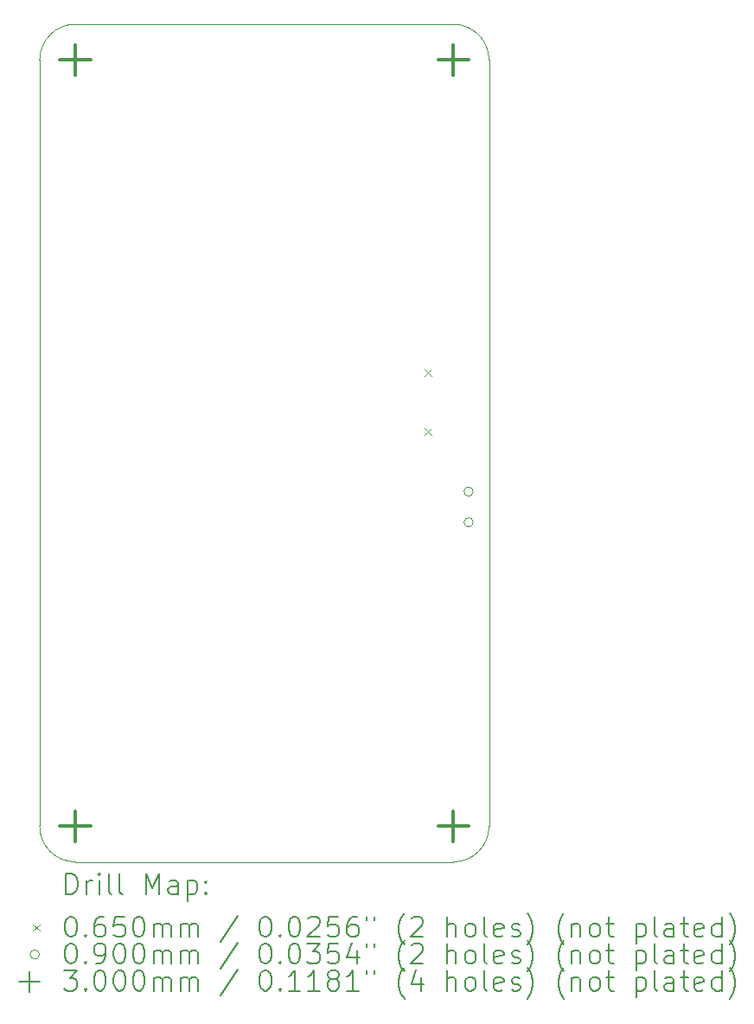
<source format=gbr>
%TF.GenerationSoftware,KiCad,Pcbnew,9.0.0*%
%TF.CreationDate,2025-04-29T18:34:19-04:00*%
%TF.ProjectId,Aurora Orbiton Edition,4175726f-7261-4204-9f72-6269746f6e20,rev?*%
%TF.SameCoordinates,Original*%
%TF.FileFunction,Drillmap*%
%TF.FilePolarity,Positive*%
%FSLAX45Y45*%
G04 Gerber Fmt 4.5, Leading zero omitted, Abs format (unit mm)*
G04 Created by KiCad (PCBNEW 9.0.0) date 2025-04-29 18:34:19*
%MOMM*%
%LPD*%
G01*
G04 APERTURE LIST*
%ADD10C,0.050000*%
%ADD11C,0.200000*%
%ADD12C,0.100000*%
%ADD13C,0.300000*%
G04 APERTURE END LIST*
D10*
X16550000Y-4850000D02*
G75*
G02*
X16900000Y-5200000I0J-350000D01*
G01*
X12850000Y-4850000D02*
X16550000Y-4850000D01*
X16900000Y-12700000D02*
G75*
G02*
X16550000Y-13050000I-350000J0D01*
G01*
X16900000Y-5200000D02*
X16900000Y-12700000D01*
X12500000Y-5200000D02*
G75*
G02*
X12850000Y-4850000I350000J0D01*
G01*
X16550000Y-13050000D02*
X12850000Y-13050000D01*
X12500000Y-12700000D02*
X12500000Y-5200000D01*
X12850000Y-13050000D02*
G75*
G02*
X12500000Y-12700000I0J350000D01*
G01*
D11*
D12*
X16269500Y-8228500D02*
X16334500Y-8293500D01*
X16334500Y-8228500D02*
X16269500Y-8293500D01*
X16269500Y-8806500D02*
X16334500Y-8871500D01*
X16334500Y-8806500D02*
X16269500Y-8871500D01*
X16745000Y-9425000D02*
G75*
G02*
X16655000Y-9425000I-45000J0D01*
G01*
X16655000Y-9425000D02*
G75*
G02*
X16745000Y-9425000I45000J0D01*
G01*
X16745000Y-9725000D02*
G75*
G02*
X16655000Y-9725000I-45000J0D01*
G01*
X16655000Y-9725000D02*
G75*
G02*
X16745000Y-9725000I45000J0D01*
G01*
D13*
X12850000Y-5050000D02*
X12850000Y-5350000D01*
X12700000Y-5200000D02*
X13000000Y-5200000D01*
X12850000Y-12550000D02*
X12850000Y-12850000D01*
X12700000Y-12700000D02*
X13000000Y-12700000D01*
X16550000Y-5050000D02*
X16550000Y-5350000D01*
X16400000Y-5200000D02*
X16700000Y-5200000D01*
X16550000Y-12550000D02*
X16550000Y-12850000D01*
X16400000Y-12700000D02*
X16700000Y-12700000D01*
D11*
X12758277Y-13363984D02*
X12758277Y-13163984D01*
X12758277Y-13163984D02*
X12805896Y-13163984D01*
X12805896Y-13163984D02*
X12834467Y-13173508D01*
X12834467Y-13173508D02*
X12853515Y-13192555D01*
X12853515Y-13192555D02*
X12863039Y-13211603D01*
X12863039Y-13211603D02*
X12872562Y-13249698D01*
X12872562Y-13249698D02*
X12872562Y-13278269D01*
X12872562Y-13278269D02*
X12863039Y-13316365D01*
X12863039Y-13316365D02*
X12853515Y-13335412D01*
X12853515Y-13335412D02*
X12834467Y-13354460D01*
X12834467Y-13354460D02*
X12805896Y-13363984D01*
X12805896Y-13363984D02*
X12758277Y-13363984D01*
X12958277Y-13363984D02*
X12958277Y-13230650D01*
X12958277Y-13268746D02*
X12967801Y-13249698D01*
X12967801Y-13249698D02*
X12977324Y-13240174D01*
X12977324Y-13240174D02*
X12996372Y-13230650D01*
X12996372Y-13230650D02*
X13015420Y-13230650D01*
X13082086Y-13363984D02*
X13082086Y-13230650D01*
X13082086Y-13163984D02*
X13072562Y-13173508D01*
X13072562Y-13173508D02*
X13082086Y-13183031D01*
X13082086Y-13183031D02*
X13091610Y-13173508D01*
X13091610Y-13173508D02*
X13082086Y-13163984D01*
X13082086Y-13163984D02*
X13082086Y-13183031D01*
X13205896Y-13363984D02*
X13186848Y-13354460D01*
X13186848Y-13354460D02*
X13177324Y-13335412D01*
X13177324Y-13335412D02*
X13177324Y-13163984D01*
X13310658Y-13363984D02*
X13291610Y-13354460D01*
X13291610Y-13354460D02*
X13282086Y-13335412D01*
X13282086Y-13335412D02*
X13282086Y-13163984D01*
X13539229Y-13363984D02*
X13539229Y-13163984D01*
X13539229Y-13163984D02*
X13605896Y-13306841D01*
X13605896Y-13306841D02*
X13672562Y-13163984D01*
X13672562Y-13163984D02*
X13672562Y-13363984D01*
X13853515Y-13363984D02*
X13853515Y-13259222D01*
X13853515Y-13259222D02*
X13843991Y-13240174D01*
X13843991Y-13240174D02*
X13824943Y-13230650D01*
X13824943Y-13230650D02*
X13786848Y-13230650D01*
X13786848Y-13230650D02*
X13767801Y-13240174D01*
X13853515Y-13354460D02*
X13834467Y-13363984D01*
X13834467Y-13363984D02*
X13786848Y-13363984D01*
X13786848Y-13363984D02*
X13767801Y-13354460D01*
X13767801Y-13354460D02*
X13758277Y-13335412D01*
X13758277Y-13335412D02*
X13758277Y-13316365D01*
X13758277Y-13316365D02*
X13767801Y-13297317D01*
X13767801Y-13297317D02*
X13786848Y-13287793D01*
X13786848Y-13287793D02*
X13834467Y-13287793D01*
X13834467Y-13287793D02*
X13853515Y-13278269D01*
X13948753Y-13230650D02*
X13948753Y-13430650D01*
X13948753Y-13240174D02*
X13967801Y-13230650D01*
X13967801Y-13230650D02*
X14005896Y-13230650D01*
X14005896Y-13230650D02*
X14024943Y-13240174D01*
X14024943Y-13240174D02*
X14034467Y-13249698D01*
X14034467Y-13249698D02*
X14043991Y-13268746D01*
X14043991Y-13268746D02*
X14043991Y-13325888D01*
X14043991Y-13325888D02*
X14034467Y-13344936D01*
X14034467Y-13344936D02*
X14024943Y-13354460D01*
X14024943Y-13354460D02*
X14005896Y-13363984D01*
X14005896Y-13363984D02*
X13967801Y-13363984D01*
X13967801Y-13363984D02*
X13948753Y-13354460D01*
X14129705Y-13344936D02*
X14139229Y-13354460D01*
X14139229Y-13354460D02*
X14129705Y-13363984D01*
X14129705Y-13363984D02*
X14120182Y-13354460D01*
X14120182Y-13354460D02*
X14129705Y-13344936D01*
X14129705Y-13344936D02*
X14129705Y-13363984D01*
X14129705Y-13240174D02*
X14139229Y-13249698D01*
X14139229Y-13249698D02*
X14129705Y-13259222D01*
X14129705Y-13259222D02*
X14120182Y-13249698D01*
X14120182Y-13249698D02*
X14129705Y-13240174D01*
X14129705Y-13240174D02*
X14129705Y-13259222D01*
D12*
X12432500Y-13660000D02*
X12497500Y-13725000D01*
X12497500Y-13660000D02*
X12432500Y-13725000D01*
D11*
X12796372Y-13583984D02*
X12815420Y-13583984D01*
X12815420Y-13583984D02*
X12834467Y-13593508D01*
X12834467Y-13593508D02*
X12843991Y-13603031D01*
X12843991Y-13603031D02*
X12853515Y-13622079D01*
X12853515Y-13622079D02*
X12863039Y-13660174D01*
X12863039Y-13660174D02*
X12863039Y-13707793D01*
X12863039Y-13707793D02*
X12853515Y-13745888D01*
X12853515Y-13745888D02*
X12843991Y-13764936D01*
X12843991Y-13764936D02*
X12834467Y-13774460D01*
X12834467Y-13774460D02*
X12815420Y-13783984D01*
X12815420Y-13783984D02*
X12796372Y-13783984D01*
X12796372Y-13783984D02*
X12777324Y-13774460D01*
X12777324Y-13774460D02*
X12767801Y-13764936D01*
X12767801Y-13764936D02*
X12758277Y-13745888D01*
X12758277Y-13745888D02*
X12748753Y-13707793D01*
X12748753Y-13707793D02*
X12748753Y-13660174D01*
X12748753Y-13660174D02*
X12758277Y-13622079D01*
X12758277Y-13622079D02*
X12767801Y-13603031D01*
X12767801Y-13603031D02*
X12777324Y-13593508D01*
X12777324Y-13593508D02*
X12796372Y-13583984D01*
X12948753Y-13764936D02*
X12958277Y-13774460D01*
X12958277Y-13774460D02*
X12948753Y-13783984D01*
X12948753Y-13783984D02*
X12939229Y-13774460D01*
X12939229Y-13774460D02*
X12948753Y-13764936D01*
X12948753Y-13764936D02*
X12948753Y-13783984D01*
X13129705Y-13583984D02*
X13091610Y-13583984D01*
X13091610Y-13583984D02*
X13072562Y-13593508D01*
X13072562Y-13593508D02*
X13063039Y-13603031D01*
X13063039Y-13603031D02*
X13043991Y-13631603D01*
X13043991Y-13631603D02*
X13034467Y-13669698D01*
X13034467Y-13669698D02*
X13034467Y-13745888D01*
X13034467Y-13745888D02*
X13043991Y-13764936D01*
X13043991Y-13764936D02*
X13053515Y-13774460D01*
X13053515Y-13774460D02*
X13072562Y-13783984D01*
X13072562Y-13783984D02*
X13110658Y-13783984D01*
X13110658Y-13783984D02*
X13129705Y-13774460D01*
X13129705Y-13774460D02*
X13139229Y-13764936D01*
X13139229Y-13764936D02*
X13148753Y-13745888D01*
X13148753Y-13745888D02*
X13148753Y-13698269D01*
X13148753Y-13698269D02*
X13139229Y-13679222D01*
X13139229Y-13679222D02*
X13129705Y-13669698D01*
X13129705Y-13669698D02*
X13110658Y-13660174D01*
X13110658Y-13660174D02*
X13072562Y-13660174D01*
X13072562Y-13660174D02*
X13053515Y-13669698D01*
X13053515Y-13669698D02*
X13043991Y-13679222D01*
X13043991Y-13679222D02*
X13034467Y-13698269D01*
X13329705Y-13583984D02*
X13234467Y-13583984D01*
X13234467Y-13583984D02*
X13224943Y-13679222D01*
X13224943Y-13679222D02*
X13234467Y-13669698D01*
X13234467Y-13669698D02*
X13253515Y-13660174D01*
X13253515Y-13660174D02*
X13301134Y-13660174D01*
X13301134Y-13660174D02*
X13320182Y-13669698D01*
X13320182Y-13669698D02*
X13329705Y-13679222D01*
X13329705Y-13679222D02*
X13339229Y-13698269D01*
X13339229Y-13698269D02*
X13339229Y-13745888D01*
X13339229Y-13745888D02*
X13329705Y-13764936D01*
X13329705Y-13764936D02*
X13320182Y-13774460D01*
X13320182Y-13774460D02*
X13301134Y-13783984D01*
X13301134Y-13783984D02*
X13253515Y-13783984D01*
X13253515Y-13783984D02*
X13234467Y-13774460D01*
X13234467Y-13774460D02*
X13224943Y-13764936D01*
X13463039Y-13583984D02*
X13482086Y-13583984D01*
X13482086Y-13583984D02*
X13501134Y-13593508D01*
X13501134Y-13593508D02*
X13510658Y-13603031D01*
X13510658Y-13603031D02*
X13520182Y-13622079D01*
X13520182Y-13622079D02*
X13529705Y-13660174D01*
X13529705Y-13660174D02*
X13529705Y-13707793D01*
X13529705Y-13707793D02*
X13520182Y-13745888D01*
X13520182Y-13745888D02*
X13510658Y-13764936D01*
X13510658Y-13764936D02*
X13501134Y-13774460D01*
X13501134Y-13774460D02*
X13482086Y-13783984D01*
X13482086Y-13783984D02*
X13463039Y-13783984D01*
X13463039Y-13783984D02*
X13443991Y-13774460D01*
X13443991Y-13774460D02*
X13434467Y-13764936D01*
X13434467Y-13764936D02*
X13424943Y-13745888D01*
X13424943Y-13745888D02*
X13415420Y-13707793D01*
X13415420Y-13707793D02*
X13415420Y-13660174D01*
X13415420Y-13660174D02*
X13424943Y-13622079D01*
X13424943Y-13622079D02*
X13434467Y-13603031D01*
X13434467Y-13603031D02*
X13443991Y-13593508D01*
X13443991Y-13593508D02*
X13463039Y-13583984D01*
X13615420Y-13783984D02*
X13615420Y-13650650D01*
X13615420Y-13669698D02*
X13624943Y-13660174D01*
X13624943Y-13660174D02*
X13643991Y-13650650D01*
X13643991Y-13650650D02*
X13672563Y-13650650D01*
X13672563Y-13650650D02*
X13691610Y-13660174D01*
X13691610Y-13660174D02*
X13701134Y-13679222D01*
X13701134Y-13679222D02*
X13701134Y-13783984D01*
X13701134Y-13679222D02*
X13710658Y-13660174D01*
X13710658Y-13660174D02*
X13729705Y-13650650D01*
X13729705Y-13650650D02*
X13758277Y-13650650D01*
X13758277Y-13650650D02*
X13777324Y-13660174D01*
X13777324Y-13660174D02*
X13786848Y-13679222D01*
X13786848Y-13679222D02*
X13786848Y-13783984D01*
X13882086Y-13783984D02*
X13882086Y-13650650D01*
X13882086Y-13669698D02*
X13891610Y-13660174D01*
X13891610Y-13660174D02*
X13910658Y-13650650D01*
X13910658Y-13650650D02*
X13939229Y-13650650D01*
X13939229Y-13650650D02*
X13958277Y-13660174D01*
X13958277Y-13660174D02*
X13967801Y-13679222D01*
X13967801Y-13679222D02*
X13967801Y-13783984D01*
X13967801Y-13679222D02*
X13977324Y-13660174D01*
X13977324Y-13660174D02*
X13996372Y-13650650D01*
X13996372Y-13650650D02*
X14024943Y-13650650D01*
X14024943Y-13650650D02*
X14043991Y-13660174D01*
X14043991Y-13660174D02*
X14053515Y-13679222D01*
X14053515Y-13679222D02*
X14053515Y-13783984D01*
X14443991Y-13574460D02*
X14272563Y-13831603D01*
X14701134Y-13583984D02*
X14720182Y-13583984D01*
X14720182Y-13583984D02*
X14739229Y-13593508D01*
X14739229Y-13593508D02*
X14748753Y-13603031D01*
X14748753Y-13603031D02*
X14758277Y-13622079D01*
X14758277Y-13622079D02*
X14767801Y-13660174D01*
X14767801Y-13660174D02*
X14767801Y-13707793D01*
X14767801Y-13707793D02*
X14758277Y-13745888D01*
X14758277Y-13745888D02*
X14748753Y-13764936D01*
X14748753Y-13764936D02*
X14739229Y-13774460D01*
X14739229Y-13774460D02*
X14720182Y-13783984D01*
X14720182Y-13783984D02*
X14701134Y-13783984D01*
X14701134Y-13783984D02*
X14682086Y-13774460D01*
X14682086Y-13774460D02*
X14672563Y-13764936D01*
X14672563Y-13764936D02*
X14663039Y-13745888D01*
X14663039Y-13745888D02*
X14653515Y-13707793D01*
X14653515Y-13707793D02*
X14653515Y-13660174D01*
X14653515Y-13660174D02*
X14663039Y-13622079D01*
X14663039Y-13622079D02*
X14672563Y-13603031D01*
X14672563Y-13603031D02*
X14682086Y-13593508D01*
X14682086Y-13593508D02*
X14701134Y-13583984D01*
X14853515Y-13764936D02*
X14863039Y-13774460D01*
X14863039Y-13774460D02*
X14853515Y-13783984D01*
X14853515Y-13783984D02*
X14843991Y-13774460D01*
X14843991Y-13774460D02*
X14853515Y-13764936D01*
X14853515Y-13764936D02*
X14853515Y-13783984D01*
X14986848Y-13583984D02*
X15005896Y-13583984D01*
X15005896Y-13583984D02*
X15024944Y-13593508D01*
X15024944Y-13593508D02*
X15034467Y-13603031D01*
X15034467Y-13603031D02*
X15043991Y-13622079D01*
X15043991Y-13622079D02*
X15053515Y-13660174D01*
X15053515Y-13660174D02*
X15053515Y-13707793D01*
X15053515Y-13707793D02*
X15043991Y-13745888D01*
X15043991Y-13745888D02*
X15034467Y-13764936D01*
X15034467Y-13764936D02*
X15024944Y-13774460D01*
X15024944Y-13774460D02*
X15005896Y-13783984D01*
X15005896Y-13783984D02*
X14986848Y-13783984D01*
X14986848Y-13783984D02*
X14967801Y-13774460D01*
X14967801Y-13774460D02*
X14958277Y-13764936D01*
X14958277Y-13764936D02*
X14948753Y-13745888D01*
X14948753Y-13745888D02*
X14939229Y-13707793D01*
X14939229Y-13707793D02*
X14939229Y-13660174D01*
X14939229Y-13660174D02*
X14948753Y-13622079D01*
X14948753Y-13622079D02*
X14958277Y-13603031D01*
X14958277Y-13603031D02*
X14967801Y-13593508D01*
X14967801Y-13593508D02*
X14986848Y-13583984D01*
X15129706Y-13603031D02*
X15139229Y-13593508D01*
X15139229Y-13593508D02*
X15158277Y-13583984D01*
X15158277Y-13583984D02*
X15205896Y-13583984D01*
X15205896Y-13583984D02*
X15224944Y-13593508D01*
X15224944Y-13593508D02*
X15234467Y-13603031D01*
X15234467Y-13603031D02*
X15243991Y-13622079D01*
X15243991Y-13622079D02*
X15243991Y-13641127D01*
X15243991Y-13641127D02*
X15234467Y-13669698D01*
X15234467Y-13669698D02*
X15120182Y-13783984D01*
X15120182Y-13783984D02*
X15243991Y-13783984D01*
X15424944Y-13583984D02*
X15329706Y-13583984D01*
X15329706Y-13583984D02*
X15320182Y-13679222D01*
X15320182Y-13679222D02*
X15329706Y-13669698D01*
X15329706Y-13669698D02*
X15348753Y-13660174D01*
X15348753Y-13660174D02*
X15396372Y-13660174D01*
X15396372Y-13660174D02*
X15415420Y-13669698D01*
X15415420Y-13669698D02*
X15424944Y-13679222D01*
X15424944Y-13679222D02*
X15434467Y-13698269D01*
X15434467Y-13698269D02*
X15434467Y-13745888D01*
X15434467Y-13745888D02*
X15424944Y-13764936D01*
X15424944Y-13764936D02*
X15415420Y-13774460D01*
X15415420Y-13774460D02*
X15396372Y-13783984D01*
X15396372Y-13783984D02*
X15348753Y-13783984D01*
X15348753Y-13783984D02*
X15329706Y-13774460D01*
X15329706Y-13774460D02*
X15320182Y-13764936D01*
X15605896Y-13583984D02*
X15567801Y-13583984D01*
X15567801Y-13583984D02*
X15548753Y-13593508D01*
X15548753Y-13593508D02*
X15539229Y-13603031D01*
X15539229Y-13603031D02*
X15520182Y-13631603D01*
X15520182Y-13631603D02*
X15510658Y-13669698D01*
X15510658Y-13669698D02*
X15510658Y-13745888D01*
X15510658Y-13745888D02*
X15520182Y-13764936D01*
X15520182Y-13764936D02*
X15529706Y-13774460D01*
X15529706Y-13774460D02*
X15548753Y-13783984D01*
X15548753Y-13783984D02*
X15586848Y-13783984D01*
X15586848Y-13783984D02*
X15605896Y-13774460D01*
X15605896Y-13774460D02*
X15615420Y-13764936D01*
X15615420Y-13764936D02*
X15624944Y-13745888D01*
X15624944Y-13745888D02*
X15624944Y-13698269D01*
X15624944Y-13698269D02*
X15615420Y-13679222D01*
X15615420Y-13679222D02*
X15605896Y-13669698D01*
X15605896Y-13669698D02*
X15586848Y-13660174D01*
X15586848Y-13660174D02*
X15548753Y-13660174D01*
X15548753Y-13660174D02*
X15529706Y-13669698D01*
X15529706Y-13669698D02*
X15520182Y-13679222D01*
X15520182Y-13679222D02*
X15510658Y-13698269D01*
X15701134Y-13583984D02*
X15701134Y-13622079D01*
X15777325Y-13583984D02*
X15777325Y-13622079D01*
X16072563Y-13860174D02*
X16063039Y-13850650D01*
X16063039Y-13850650D02*
X16043991Y-13822079D01*
X16043991Y-13822079D02*
X16034468Y-13803031D01*
X16034468Y-13803031D02*
X16024944Y-13774460D01*
X16024944Y-13774460D02*
X16015420Y-13726841D01*
X16015420Y-13726841D02*
X16015420Y-13688746D01*
X16015420Y-13688746D02*
X16024944Y-13641127D01*
X16024944Y-13641127D02*
X16034468Y-13612555D01*
X16034468Y-13612555D02*
X16043991Y-13593508D01*
X16043991Y-13593508D02*
X16063039Y-13564936D01*
X16063039Y-13564936D02*
X16072563Y-13555412D01*
X16139229Y-13603031D02*
X16148753Y-13593508D01*
X16148753Y-13593508D02*
X16167801Y-13583984D01*
X16167801Y-13583984D02*
X16215420Y-13583984D01*
X16215420Y-13583984D02*
X16234468Y-13593508D01*
X16234468Y-13593508D02*
X16243991Y-13603031D01*
X16243991Y-13603031D02*
X16253515Y-13622079D01*
X16253515Y-13622079D02*
X16253515Y-13641127D01*
X16253515Y-13641127D02*
X16243991Y-13669698D01*
X16243991Y-13669698D02*
X16129706Y-13783984D01*
X16129706Y-13783984D02*
X16253515Y-13783984D01*
X16491610Y-13783984D02*
X16491610Y-13583984D01*
X16577325Y-13783984D02*
X16577325Y-13679222D01*
X16577325Y-13679222D02*
X16567801Y-13660174D01*
X16567801Y-13660174D02*
X16548753Y-13650650D01*
X16548753Y-13650650D02*
X16520182Y-13650650D01*
X16520182Y-13650650D02*
X16501134Y-13660174D01*
X16501134Y-13660174D02*
X16491610Y-13669698D01*
X16701134Y-13783984D02*
X16682087Y-13774460D01*
X16682087Y-13774460D02*
X16672563Y-13764936D01*
X16672563Y-13764936D02*
X16663039Y-13745888D01*
X16663039Y-13745888D02*
X16663039Y-13688746D01*
X16663039Y-13688746D02*
X16672563Y-13669698D01*
X16672563Y-13669698D02*
X16682087Y-13660174D01*
X16682087Y-13660174D02*
X16701134Y-13650650D01*
X16701134Y-13650650D02*
X16729706Y-13650650D01*
X16729706Y-13650650D02*
X16748753Y-13660174D01*
X16748753Y-13660174D02*
X16758277Y-13669698D01*
X16758277Y-13669698D02*
X16767801Y-13688746D01*
X16767801Y-13688746D02*
X16767801Y-13745888D01*
X16767801Y-13745888D02*
X16758277Y-13764936D01*
X16758277Y-13764936D02*
X16748753Y-13774460D01*
X16748753Y-13774460D02*
X16729706Y-13783984D01*
X16729706Y-13783984D02*
X16701134Y-13783984D01*
X16882087Y-13783984D02*
X16863039Y-13774460D01*
X16863039Y-13774460D02*
X16853515Y-13755412D01*
X16853515Y-13755412D02*
X16853515Y-13583984D01*
X17034468Y-13774460D02*
X17015420Y-13783984D01*
X17015420Y-13783984D02*
X16977325Y-13783984D01*
X16977325Y-13783984D02*
X16958277Y-13774460D01*
X16958277Y-13774460D02*
X16948753Y-13755412D01*
X16948753Y-13755412D02*
X16948753Y-13679222D01*
X16948753Y-13679222D02*
X16958277Y-13660174D01*
X16958277Y-13660174D02*
X16977325Y-13650650D01*
X16977325Y-13650650D02*
X17015420Y-13650650D01*
X17015420Y-13650650D02*
X17034468Y-13660174D01*
X17034468Y-13660174D02*
X17043992Y-13679222D01*
X17043992Y-13679222D02*
X17043992Y-13698269D01*
X17043992Y-13698269D02*
X16948753Y-13717317D01*
X17120182Y-13774460D02*
X17139230Y-13783984D01*
X17139230Y-13783984D02*
X17177325Y-13783984D01*
X17177325Y-13783984D02*
X17196373Y-13774460D01*
X17196373Y-13774460D02*
X17205896Y-13755412D01*
X17205896Y-13755412D02*
X17205896Y-13745888D01*
X17205896Y-13745888D02*
X17196373Y-13726841D01*
X17196373Y-13726841D02*
X17177325Y-13717317D01*
X17177325Y-13717317D02*
X17148753Y-13717317D01*
X17148753Y-13717317D02*
X17129706Y-13707793D01*
X17129706Y-13707793D02*
X17120182Y-13688746D01*
X17120182Y-13688746D02*
X17120182Y-13679222D01*
X17120182Y-13679222D02*
X17129706Y-13660174D01*
X17129706Y-13660174D02*
X17148753Y-13650650D01*
X17148753Y-13650650D02*
X17177325Y-13650650D01*
X17177325Y-13650650D02*
X17196373Y-13660174D01*
X17272563Y-13860174D02*
X17282087Y-13850650D01*
X17282087Y-13850650D02*
X17301134Y-13822079D01*
X17301134Y-13822079D02*
X17310658Y-13803031D01*
X17310658Y-13803031D02*
X17320182Y-13774460D01*
X17320182Y-13774460D02*
X17329706Y-13726841D01*
X17329706Y-13726841D02*
X17329706Y-13688746D01*
X17329706Y-13688746D02*
X17320182Y-13641127D01*
X17320182Y-13641127D02*
X17310658Y-13612555D01*
X17310658Y-13612555D02*
X17301134Y-13593508D01*
X17301134Y-13593508D02*
X17282087Y-13564936D01*
X17282087Y-13564936D02*
X17272563Y-13555412D01*
X17634468Y-13860174D02*
X17624944Y-13850650D01*
X17624944Y-13850650D02*
X17605896Y-13822079D01*
X17605896Y-13822079D02*
X17596373Y-13803031D01*
X17596373Y-13803031D02*
X17586849Y-13774460D01*
X17586849Y-13774460D02*
X17577325Y-13726841D01*
X17577325Y-13726841D02*
X17577325Y-13688746D01*
X17577325Y-13688746D02*
X17586849Y-13641127D01*
X17586849Y-13641127D02*
X17596373Y-13612555D01*
X17596373Y-13612555D02*
X17605896Y-13593508D01*
X17605896Y-13593508D02*
X17624944Y-13564936D01*
X17624944Y-13564936D02*
X17634468Y-13555412D01*
X17710658Y-13650650D02*
X17710658Y-13783984D01*
X17710658Y-13669698D02*
X17720182Y-13660174D01*
X17720182Y-13660174D02*
X17739230Y-13650650D01*
X17739230Y-13650650D02*
X17767801Y-13650650D01*
X17767801Y-13650650D02*
X17786849Y-13660174D01*
X17786849Y-13660174D02*
X17796373Y-13679222D01*
X17796373Y-13679222D02*
X17796373Y-13783984D01*
X17920182Y-13783984D02*
X17901134Y-13774460D01*
X17901134Y-13774460D02*
X17891611Y-13764936D01*
X17891611Y-13764936D02*
X17882087Y-13745888D01*
X17882087Y-13745888D02*
X17882087Y-13688746D01*
X17882087Y-13688746D02*
X17891611Y-13669698D01*
X17891611Y-13669698D02*
X17901134Y-13660174D01*
X17901134Y-13660174D02*
X17920182Y-13650650D01*
X17920182Y-13650650D02*
X17948754Y-13650650D01*
X17948754Y-13650650D02*
X17967801Y-13660174D01*
X17967801Y-13660174D02*
X17977325Y-13669698D01*
X17977325Y-13669698D02*
X17986849Y-13688746D01*
X17986849Y-13688746D02*
X17986849Y-13745888D01*
X17986849Y-13745888D02*
X17977325Y-13764936D01*
X17977325Y-13764936D02*
X17967801Y-13774460D01*
X17967801Y-13774460D02*
X17948754Y-13783984D01*
X17948754Y-13783984D02*
X17920182Y-13783984D01*
X18043992Y-13650650D02*
X18120182Y-13650650D01*
X18072563Y-13583984D02*
X18072563Y-13755412D01*
X18072563Y-13755412D02*
X18082087Y-13774460D01*
X18082087Y-13774460D02*
X18101134Y-13783984D01*
X18101134Y-13783984D02*
X18120182Y-13783984D01*
X18339230Y-13650650D02*
X18339230Y-13850650D01*
X18339230Y-13660174D02*
X18358277Y-13650650D01*
X18358277Y-13650650D02*
X18396373Y-13650650D01*
X18396373Y-13650650D02*
X18415420Y-13660174D01*
X18415420Y-13660174D02*
X18424944Y-13669698D01*
X18424944Y-13669698D02*
X18434468Y-13688746D01*
X18434468Y-13688746D02*
X18434468Y-13745888D01*
X18434468Y-13745888D02*
X18424944Y-13764936D01*
X18424944Y-13764936D02*
X18415420Y-13774460D01*
X18415420Y-13774460D02*
X18396373Y-13783984D01*
X18396373Y-13783984D02*
X18358277Y-13783984D01*
X18358277Y-13783984D02*
X18339230Y-13774460D01*
X18548754Y-13783984D02*
X18529706Y-13774460D01*
X18529706Y-13774460D02*
X18520182Y-13755412D01*
X18520182Y-13755412D02*
X18520182Y-13583984D01*
X18710658Y-13783984D02*
X18710658Y-13679222D01*
X18710658Y-13679222D02*
X18701135Y-13660174D01*
X18701135Y-13660174D02*
X18682087Y-13650650D01*
X18682087Y-13650650D02*
X18643992Y-13650650D01*
X18643992Y-13650650D02*
X18624944Y-13660174D01*
X18710658Y-13774460D02*
X18691611Y-13783984D01*
X18691611Y-13783984D02*
X18643992Y-13783984D01*
X18643992Y-13783984D02*
X18624944Y-13774460D01*
X18624944Y-13774460D02*
X18615420Y-13755412D01*
X18615420Y-13755412D02*
X18615420Y-13736365D01*
X18615420Y-13736365D02*
X18624944Y-13717317D01*
X18624944Y-13717317D02*
X18643992Y-13707793D01*
X18643992Y-13707793D02*
X18691611Y-13707793D01*
X18691611Y-13707793D02*
X18710658Y-13698269D01*
X18777325Y-13650650D02*
X18853515Y-13650650D01*
X18805896Y-13583984D02*
X18805896Y-13755412D01*
X18805896Y-13755412D02*
X18815420Y-13774460D01*
X18815420Y-13774460D02*
X18834468Y-13783984D01*
X18834468Y-13783984D02*
X18853515Y-13783984D01*
X18996373Y-13774460D02*
X18977325Y-13783984D01*
X18977325Y-13783984D02*
X18939230Y-13783984D01*
X18939230Y-13783984D02*
X18920182Y-13774460D01*
X18920182Y-13774460D02*
X18910658Y-13755412D01*
X18910658Y-13755412D02*
X18910658Y-13679222D01*
X18910658Y-13679222D02*
X18920182Y-13660174D01*
X18920182Y-13660174D02*
X18939230Y-13650650D01*
X18939230Y-13650650D02*
X18977325Y-13650650D01*
X18977325Y-13650650D02*
X18996373Y-13660174D01*
X18996373Y-13660174D02*
X19005896Y-13679222D01*
X19005896Y-13679222D02*
X19005896Y-13698269D01*
X19005896Y-13698269D02*
X18910658Y-13717317D01*
X19177325Y-13783984D02*
X19177325Y-13583984D01*
X19177325Y-13774460D02*
X19158277Y-13783984D01*
X19158277Y-13783984D02*
X19120182Y-13783984D01*
X19120182Y-13783984D02*
X19101135Y-13774460D01*
X19101135Y-13774460D02*
X19091611Y-13764936D01*
X19091611Y-13764936D02*
X19082087Y-13745888D01*
X19082087Y-13745888D02*
X19082087Y-13688746D01*
X19082087Y-13688746D02*
X19091611Y-13669698D01*
X19091611Y-13669698D02*
X19101135Y-13660174D01*
X19101135Y-13660174D02*
X19120182Y-13650650D01*
X19120182Y-13650650D02*
X19158277Y-13650650D01*
X19158277Y-13650650D02*
X19177325Y-13660174D01*
X19253516Y-13860174D02*
X19263039Y-13850650D01*
X19263039Y-13850650D02*
X19282087Y-13822079D01*
X19282087Y-13822079D02*
X19291611Y-13803031D01*
X19291611Y-13803031D02*
X19301135Y-13774460D01*
X19301135Y-13774460D02*
X19310658Y-13726841D01*
X19310658Y-13726841D02*
X19310658Y-13688746D01*
X19310658Y-13688746D02*
X19301135Y-13641127D01*
X19301135Y-13641127D02*
X19291611Y-13612555D01*
X19291611Y-13612555D02*
X19282087Y-13593508D01*
X19282087Y-13593508D02*
X19263039Y-13564936D01*
X19263039Y-13564936D02*
X19253516Y-13555412D01*
D12*
X12497500Y-13956500D02*
G75*
G02*
X12407500Y-13956500I-45000J0D01*
G01*
X12407500Y-13956500D02*
G75*
G02*
X12497500Y-13956500I45000J0D01*
G01*
D11*
X12796372Y-13847984D02*
X12815420Y-13847984D01*
X12815420Y-13847984D02*
X12834467Y-13857508D01*
X12834467Y-13857508D02*
X12843991Y-13867031D01*
X12843991Y-13867031D02*
X12853515Y-13886079D01*
X12853515Y-13886079D02*
X12863039Y-13924174D01*
X12863039Y-13924174D02*
X12863039Y-13971793D01*
X12863039Y-13971793D02*
X12853515Y-14009888D01*
X12853515Y-14009888D02*
X12843991Y-14028936D01*
X12843991Y-14028936D02*
X12834467Y-14038460D01*
X12834467Y-14038460D02*
X12815420Y-14047984D01*
X12815420Y-14047984D02*
X12796372Y-14047984D01*
X12796372Y-14047984D02*
X12777324Y-14038460D01*
X12777324Y-14038460D02*
X12767801Y-14028936D01*
X12767801Y-14028936D02*
X12758277Y-14009888D01*
X12758277Y-14009888D02*
X12748753Y-13971793D01*
X12748753Y-13971793D02*
X12748753Y-13924174D01*
X12748753Y-13924174D02*
X12758277Y-13886079D01*
X12758277Y-13886079D02*
X12767801Y-13867031D01*
X12767801Y-13867031D02*
X12777324Y-13857508D01*
X12777324Y-13857508D02*
X12796372Y-13847984D01*
X12948753Y-14028936D02*
X12958277Y-14038460D01*
X12958277Y-14038460D02*
X12948753Y-14047984D01*
X12948753Y-14047984D02*
X12939229Y-14038460D01*
X12939229Y-14038460D02*
X12948753Y-14028936D01*
X12948753Y-14028936D02*
X12948753Y-14047984D01*
X13053515Y-14047984D02*
X13091610Y-14047984D01*
X13091610Y-14047984D02*
X13110658Y-14038460D01*
X13110658Y-14038460D02*
X13120182Y-14028936D01*
X13120182Y-14028936D02*
X13139229Y-14000365D01*
X13139229Y-14000365D02*
X13148753Y-13962269D01*
X13148753Y-13962269D02*
X13148753Y-13886079D01*
X13148753Y-13886079D02*
X13139229Y-13867031D01*
X13139229Y-13867031D02*
X13129705Y-13857508D01*
X13129705Y-13857508D02*
X13110658Y-13847984D01*
X13110658Y-13847984D02*
X13072562Y-13847984D01*
X13072562Y-13847984D02*
X13053515Y-13857508D01*
X13053515Y-13857508D02*
X13043991Y-13867031D01*
X13043991Y-13867031D02*
X13034467Y-13886079D01*
X13034467Y-13886079D02*
X13034467Y-13933698D01*
X13034467Y-13933698D02*
X13043991Y-13952746D01*
X13043991Y-13952746D02*
X13053515Y-13962269D01*
X13053515Y-13962269D02*
X13072562Y-13971793D01*
X13072562Y-13971793D02*
X13110658Y-13971793D01*
X13110658Y-13971793D02*
X13129705Y-13962269D01*
X13129705Y-13962269D02*
X13139229Y-13952746D01*
X13139229Y-13952746D02*
X13148753Y-13933698D01*
X13272562Y-13847984D02*
X13291610Y-13847984D01*
X13291610Y-13847984D02*
X13310658Y-13857508D01*
X13310658Y-13857508D02*
X13320182Y-13867031D01*
X13320182Y-13867031D02*
X13329705Y-13886079D01*
X13329705Y-13886079D02*
X13339229Y-13924174D01*
X13339229Y-13924174D02*
X13339229Y-13971793D01*
X13339229Y-13971793D02*
X13329705Y-14009888D01*
X13329705Y-14009888D02*
X13320182Y-14028936D01*
X13320182Y-14028936D02*
X13310658Y-14038460D01*
X13310658Y-14038460D02*
X13291610Y-14047984D01*
X13291610Y-14047984D02*
X13272562Y-14047984D01*
X13272562Y-14047984D02*
X13253515Y-14038460D01*
X13253515Y-14038460D02*
X13243991Y-14028936D01*
X13243991Y-14028936D02*
X13234467Y-14009888D01*
X13234467Y-14009888D02*
X13224943Y-13971793D01*
X13224943Y-13971793D02*
X13224943Y-13924174D01*
X13224943Y-13924174D02*
X13234467Y-13886079D01*
X13234467Y-13886079D02*
X13243991Y-13867031D01*
X13243991Y-13867031D02*
X13253515Y-13857508D01*
X13253515Y-13857508D02*
X13272562Y-13847984D01*
X13463039Y-13847984D02*
X13482086Y-13847984D01*
X13482086Y-13847984D02*
X13501134Y-13857508D01*
X13501134Y-13857508D02*
X13510658Y-13867031D01*
X13510658Y-13867031D02*
X13520182Y-13886079D01*
X13520182Y-13886079D02*
X13529705Y-13924174D01*
X13529705Y-13924174D02*
X13529705Y-13971793D01*
X13529705Y-13971793D02*
X13520182Y-14009888D01*
X13520182Y-14009888D02*
X13510658Y-14028936D01*
X13510658Y-14028936D02*
X13501134Y-14038460D01*
X13501134Y-14038460D02*
X13482086Y-14047984D01*
X13482086Y-14047984D02*
X13463039Y-14047984D01*
X13463039Y-14047984D02*
X13443991Y-14038460D01*
X13443991Y-14038460D02*
X13434467Y-14028936D01*
X13434467Y-14028936D02*
X13424943Y-14009888D01*
X13424943Y-14009888D02*
X13415420Y-13971793D01*
X13415420Y-13971793D02*
X13415420Y-13924174D01*
X13415420Y-13924174D02*
X13424943Y-13886079D01*
X13424943Y-13886079D02*
X13434467Y-13867031D01*
X13434467Y-13867031D02*
X13443991Y-13857508D01*
X13443991Y-13857508D02*
X13463039Y-13847984D01*
X13615420Y-14047984D02*
X13615420Y-13914650D01*
X13615420Y-13933698D02*
X13624943Y-13924174D01*
X13624943Y-13924174D02*
X13643991Y-13914650D01*
X13643991Y-13914650D02*
X13672563Y-13914650D01*
X13672563Y-13914650D02*
X13691610Y-13924174D01*
X13691610Y-13924174D02*
X13701134Y-13943222D01*
X13701134Y-13943222D02*
X13701134Y-14047984D01*
X13701134Y-13943222D02*
X13710658Y-13924174D01*
X13710658Y-13924174D02*
X13729705Y-13914650D01*
X13729705Y-13914650D02*
X13758277Y-13914650D01*
X13758277Y-13914650D02*
X13777324Y-13924174D01*
X13777324Y-13924174D02*
X13786848Y-13943222D01*
X13786848Y-13943222D02*
X13786848Y-14047984D01*
X13882086Y-14047984D02*
X13882086Y-13914650D01*
X13882086Y-13933698D02*
X13891610Y-13924174D01*
X13891610Y-13924174D02*
X13910658Y-13914650D01*
X13910658Y-13914650D02*
X13939229Y-13914650D01*
X13939229Y-13914650D02*
X13958277Y-13924174D01*
X13958277Y-13924174D02*
X13967801Y-13943222D01*
X13967801Y-13943222D02*
X13967801Y-14047984D01*
X13967801Y-13943222D02*
X13977324Y-13924174D01*
X13977324Y-13924174D02*
X13996372Y-13914650D01*
X13996372Y-13914650D02*
X14024943Y-13914650D01*
X14024943Y-13914650D02*
X14043991Y-13924174D01*
X14043991Y-13924174D02*
X14053515Y-13943222D01*
X14053515Y-13943222D02*
X14053515Y-14047984D01*
X14443991Y-13838460D02*
X14272563Y-14095603D01*
X14701134Y-13847984D02*
X14720182Y-13847984D01*
X14720182Y-13847984D02*
X14739229Y-13857508D01*
X14739229Y-13857508D02*
X14748753Y-13867031D01*
X14748753Y-13867031D02*
X14758277Y-13886079D01*
X14758277Y-13886079D02*
X14767801Y-13924174D01*
X14767801Y-13924174D02*
X14767801Y-13971793D01*
X14767801Y-13971793D02*
X14758277Y-14009888D01*
X14758277Y-14009888D02*
X14748753Y-14028936D01*
X14748753Y-14028936D02*
X14739229Y-14038460D01*
X14739229Y-14038460D02*
X14720182Y-14047984D01*
X14720182Y-14047984D02*
X14701134Y-14047984D01*
X14701134Y-14047984D02*
X14682086Y-14038460D01*
X14682086Y-14038460D02*
X14672563Y-14028936D01*
X14672563Y-14028936D02*
X14663039Y-14009888D01*
X14663039Y-14009888D02*
X14653515Y-13971793D01*
X14653515Y-13971793D02*
X14653515Y-13924174D01*
X14653515Y-13924174D02*
X14663039Y-13886079D01*
X14663039Y-13886079D02*
X14672563Y-13867031D01*
X14672563Y-13867031D02*
X14682086Y-13857508D01*
X14682086Y-13857508D02*
X14701134Y-13847984D01*
X14853515Y-14028936D02*
X14863039Y-14038460D01*
X14863039Y-14038460D02*
X14853515Y-14047984D01*
X14853515Y-14047984D02*
X14843991Y-14038460D01*
X14843991Y-14038460D02*
X14853515Y-14028936D01*
X14853515Y-14028936D02*
X14853515Y-14047984D01*
X14986848Y-13847984D02*
X15005896Y-13847984D01*
X15005896Y-13847984D02*
X15024944Y-13857508D01*
X15024944Y-13857508D02*
X15034467Y-13867031D01*
X15034467Y-13867031D02*
X15043991Y-13886079D01*
X15043991Y-13886079D02*
X15053515Y-13924174D01*
X15053515Y-13924174D02*
X15053515Y-13971793D01*
X15053515Y-13971793D02*
X15043991Y-14009888D01*
X15043991Y-14009888D02*
X15034467Y-14028936D01*
X15034467Y-14028936D02*
X15024944Y-14038460D01*
X15024944Y-14038460D02*
X15005896Y-14047984D01*
X15005896Y-14047984D02*
X14986848Y-14047984D01*
X14986848Y-14047984D02*
X14967801Y-14038460D01*
X14967801Y-14038460D02*
X14958277Y-14028936D01*
X14958277Y-14028936D02*
X14948753Y-14009888D01*
X14948753Y-14009888D02*
X14939229Y-13971793D01*
X14939229Y-13971793D02*
X14939229Y-13924174D01*
X14939229Y-13924174D02*
X14948753Y-13886079D01*
X14948753Y-13886079D02*
X14958277Y-13867031D01*
X14958277Y-13867031D02*
X14967801Y-13857508D01*
X14967801Y-13857508D02*
X14986848Y-13847984D01*
X15120182Y-13847984D02*
X15243991Y-13847984D01*
X15243991Y-13847984D02*
X15177325Y-13924174D01*
X15177325Y-13924174D02*
X15205896Y-13924174D01*
X15205896Y-13924174D02*
X15224944Y-13933698D01*
X15224944Y-13933698D02*
X15234467Y-13943222D01*
X15234467Y-13943222D02*
X15243991Y-13962269D01*
X15243991Y-13962269D02*
X15243991Y-14009888D01*
X15243991Y-14009888D02*
X15234467Y-14028936D01*
X15234467Y-14028936D02*
X15224944Y-14038460D01*
X15224944Y-14038460D02*
X15205896Y-14047984D01*
X15205896Y-14047984D02*
X15148753Y-14047984D01*
X15148753Y-14047984D02*
X15129706Y-14038460D01*
X15129706Y-14038460D02*
X15120182Y-14028936D01*
X15424944Y-13847984D02*
X15329706Y-13847984D01*
X15329706Y-13847984D02*
X15320182Y-13943222D01*
X15320182Y-13943222D02*
X15329706Y-13933698D01*
X15329706Y-13933698D02*
X15348753Y-13924174D01*
X15348753Y-13924174D02*
X15396372Y-13924174D01*
X15396372Y-13924174D02*
X15415420Y-13933698D01*
X15415420Y-13933698D02*
X15424944Y-13943222D01*
X15424944Y-13943222D02*
X15434467Y-13962269D01*
X15434467Y-13962269D02*
X15434467Y-14009888D01*
X15434467Y-14009888D02*
X15424944Y-14028936D01*
X15424944Y-14028936D02*
X15415420Y-14038460D01*
X15415420Y-14038460D02*
X15396372Y-14047984D01*
X15396372Y-14047984D02*
X15348753Y-14047984D01*
X15348753Y-14047984D02*
X15329706Y-14038460D01*
X15329706Y-14038460D02*
X15320182Y-14028936D01*
X15605896Y-13914650D02*
X15605896Y-14047984D01*
X15558277Y-13838460D02*
X15510658Y-13981317D01*
X15510658Y-13981317D02*
X15634467Y-13981317D01*
X15701134Y-13847984D02*
X15701134Y-13886079D01*
X15777325Y-13847984D02*
X15777325Y-13886079D01*
X16072563Y-14124174D02*
X16063039Y-14114650D01*
X16063039Y-14114650D02*
X16043991Y-14086079D01*
X16043991Y-14086079D02*
X16034468Y-14067031D01*
X16034468Y-14067031D02*
X16024944Y-14038460D01*
X16024944Y-14038460D02*
X16015420Y-13990841D01*
X16015420Y-13990841D02*
X16015420Y-13952746D01*
X16015420Y-13952746D02*
X16024944Y-13905127D01*
X16024944Y-13905127D02*
X16034468Y-13876555D01*
X16034468Y-13876555D02*
X16043991Y-13857508D01*
X16043991Y-13857508D02*
X16063039Y-13828936D01*
X16063039Y-13828936D02*
X16072563Y-13819412D01*
X16139229Y-13867031D02*
X16148753Y-13857508D01*
X16148753Y-13857508D02*
X16167801Y-13847984D01*
X16167801Y-13847984D02*
X16215420Y-13847984D01*
X16215420Y-13847984D02*
X16234468Y-13857508D01*
X16234468Y-13857508D02*
X16243991Y-13867031D01*
X16243991Y-13867031D02*
X16253515Y-13886079D01*
X16253515Y-13886079D02*
X16253515Y-13905127D01*
X16253515Y-13905127D02*
X16243991Y-13933698D01*
X16243991Y-13933698D02*
X16129706Y-14047984D01*
X16129706Y-14047984D02*
X16253515Y-14047984D01*
X16491610Y-14047984D02*
X16491610Y-13847984D01*
X16577325Y-14047984D02*
X16577325Y-13943222D01*
X16577325Y-13943222D02*
X16567801Y-13924174D01*
X16567801Y-13924174D02*
X16548753Y-13914650D01*
X16548753Y-13914650D02*
X16520182Y-13914650D01*
X16520182Y-13914650D02*
X16501134Y-13924174D01*
X16501134Y-13924174D02*
X16491610Y-13933698D01*
X16701134Y-14047984D02*
X16682087Y-14038460D01*
X16682087Y-14038460D02*
X16672563Y-14028936D01*
X16672563Y-14028936D02*
X16663039Y-14009888D01*
X16663039Y-14009888D02*
X16663039Y-13952746D01*
X16663039Y-13952746D02*
X16672563Y-13933698D01*
X16672563Y-13933698D02*
X16682087Y-13924174D01*
X16682087Y-13924174D02*
X16701134Y-13914650D01*
X16701134Y-13914650D02*
X16729706Y-13914650D01*
X16729706Y-13914650D02*
X16748753Y-13924174D01*
X16748753Y-13924174D02*
X16758277Y-13933698D01*
X16758277Y-13933698D02*
X16767801Y-13952746D01*
X16767801Y-13952746D02*
X16767801Y-14009888D01*
X16767801Y-14009888D02*
X16758277Y-14028936D01*
X16758277Y-14028936D02*
X16748753Y-14038460D01*
X16748753Y-14038460D02*
X16729706Y-14047984D01*
X16729706Y-14047984D02*
X16701134Y-14047984D01*
X16882087Y-14047984D02*
X16863039Y-14038460D01*
X16863039Y-14038460D02*
X16853515Y-14019412D01*
X16853515Y-14019412D02*
X16853515Y-13847984D01*
X17034468Y-14038460D02*
X17015420Y-14047984D01*
X17015420Y-14047984D02*
X16977325Y-14047984D01*
X16977325Y-14047984D02*
X16958277Y-14038460D01*
X16958277Y-14038460D02*
X16948753Y-14019412D01*
X16948753Y-14019412D02*
X16948753Y-13943222D01*
X16948753Y-13943222D02*
X16958277Y-13924174D01*
X16958277Y-13924174D02*
X16977325Y-13914650D01*
X16977325Y-13914650D02*
X17015420Y-13914650D01*
X17015420Y-13914650D02*
X17034468Y-13924174D01*
X17034468Y-13924174D02*
X17043992Y-13943222D01*
X17043992Y-13943222D02*
X17043992Y-13962269D01*
X17043992Y-13962269D02*
X16948753Y-13981317D01*
X17120182Y-14038460D02*
X17139230Y-14047984D01*
X17139230Y-14047984D02*
X17177325Y-14047984D01*
X17177325Y-14047984D02*
X17196373Y-14038460D01*
X17196373Y-14038460D02*
X17205896Y-14019412D01*
X17205896Y-14019412D02*
X17205896Y-14009888D01*
X17205896Y-14009888D02*
X17196373Y-13990841D01*
X17196373Y-13990841D02*
X17177325Y-13981317D01*
X17177325Y-13981317D02*
X17148753Y-13981317D01*
X17148753Y-13981317D02*
X17129706Y-13971793D01*
X17129706Y-13971793D02*
X17120182Y-13952746D01*
X17120182Y-13952746D02*
X17120182Y-13943222D01*
X17120182Y-13943222D02*
X17129706Y-13924174D01*
X17129706Y-13924174D02*
X17148753Y-13914650D01*
X17148753Y-13914650D02*
X17177325Y-13914650D01*
X17177325Y-13914650D02*
X17196373Y-13924174D01*
X17272563Y-14124174D02*
X17282087Y-14114650D01*
X17282087Y-14114650D02*
X17301134Y-14086079D01*
X17301134Y-14086079D02*
X17310658Y-14067031D01*
X17310658Y-14067031D02*
X17320182Y-14038460D01*
X17320182Y-14038460D02*
X17329706Y-13990841D01*
X17329706Y-13990841D02*
X17329706Y-13952746D01*
X17329706Y-13952746D02*
X17320182Y-13905127D01*
X17320182Y-13905127D02*
X17310658Y-13876555D01*
X17310658Y-13876555D02*
X17301134Y-13857508D01*
X17301134Y-13857508D02*
X17282087Y-13828936D01*
X17282087Y-13828936D02*
X17272563Y-13819412D01*
X17634468Y-14124174D02*
X17624944Y-14114650D01*
X17624944Y-14114650D02*
X17605896Y-14086079D01*
X17605896Y-14086079D02*
X17596373Y-14067031D01*
X17596373Y-14067031D02*
X17586849Y-14038460D01*
X17586849Y-14038460D02*
X17577325Y-13990841D01*
X17577325Y-13990841D02*
X17577325Y-13952746D01*
X17577325Y-13952746D02*
X17586849Y-13905127D01*
X17586849Y-13905127D02*
X17596373Y-13876555D01*
X17596373Y-13876555D02*
X17605896Y-13857508D01*
X17605896Y-13857508D02*
X17624944Y-13828936D01*
X17624944Y-13828936D02*
X17634468Y-13819412D01*
X17710658Y-13914650D02*
X17710658Y-14047984D01*
X17710658Y-13933698D02*
X17720182Y-13924174D01*
X17720182Y-13924174D02*
X17739230Y-13914650D01*
X17739230Y-13914650D02*
X17767801Y-13914650D01*
X17767801Y-13914650D02*
X17786849Y-13924174D01*
X17786849Y-13924174D02*
X17796373Y-13943222D01*
X17796373Y-13943222D02*
X17796373Y-14047984D01*
X17920182Y-14047984D02*
X17901134Y-14038460D01*
X17901134Y-14038460D02*
X17891611Y-14028936D01*
X17891611Y-14028936D02*
X17882087Y-14009888D01*
X17882087Y-14009888D02*
X17882087Y-13952746D01*
X17882087Y-13952746D02*
X17891611Y-13933698D01*
X17891611Y-13933698D02*
X17901134Y-13924174D01*
X17901134Y-13924174D02*
X17920182Y-13914650D01*
X17920182Y-13914650D02*
X17948754Y-13914650D01*
X17948754Y-13914650D02*
X17967801Y-13924174D01*
X17967801Y-13924174D02*
X17977325Y-13933698D01*
X17977325Y-13933698D02*
X17986849Y-13952746D01*
X17986849Y-13952746D02*
X17986849Y-14009888D01*
X17986849Y-14009888D02*
X17977325Y-14028936D01*
X17977325Y-14028936D02*
X17967801Y-14038460D01*
X17967801Y-14038460D02*
X17948754Y-14047984D01*
X17948754Y-14047984D02*
X17920182Y-14047984D01*
X18043992Y-13914650D02*
X18120182Y-13914650D01*
X18072563Y-13847984D02*
X18072563Y-14019412D01*
X18072563Y-14019412D02*
X18082087Y-14038460D01*
X18082087Y-14038460D02*
X18101134Y-14047984D01*
X18101134Y-14047984D02*
X18120182Y-14047984D01*
X18339230Y-13914650D02*
X18339230Y-14114650D01*
X18339230Y-13924174D02*
X18358277Y-13914650D01*
X18358277Y-13914650D02*
X18396373Y-13914650D01*
X18396373Y-13914650D02*
X18415420Y-13924174D01*
X18415420Y-13924174D02*
X18424944Y-13933698D01*
X18424944Y-13933698D02*
X18434468Y-13952746D01*
X18434468Y-13952746D02*
X18434468Y-14009888D01*
X18434468Y-14009888D02*
X18424944Y-14028936D01*
X18424944Y-14028936D02*
X18415420Y-14038460D01*
X18415420Y-14038460D02*
X18396373Y-14047984D01*
X18396373Y-14047984D02*
X18358277Y-14047984D01*
X18358277Y-14047984D02*
X18339230Y-14038460D01*
X18548754Y-14047984D02*
X18529706Y-14038460D01*
X18529706Y-14038460D02*
X18520182Y-14019412D01*
X18520182Y-14019412D02*
X18520182Y-13847984D01*
X18710658Y-14047984D02*
X18710658Y-13943222D01*
X18710658Y-13943222D02*
X18701135Y-13924174D01*
X18701135Y-13924174D02*
X18682087Y-13914650D01*
X18682087Y-13914650D02*
X18643992Y-13914650D01*
X18643992Y-13914650D02*
X18624944Y-13924174D01*
X18710658Y-14038460D02*
X18691611Y-14047984D01*
X18691611Y-14047984D02*
X18643992Y-14047984D01*
X18643992Y-14047984D02*
X18624944Y-14038460D01*
X18624944Y-14038460D02*
X18615420Y-14019412D01*
X18615420Y-14019412D02*
X18615420Y-14000365D01*
X18615420Y-14000365D02*
X18624944Y-13981317D01*
X18624944Y-13981317D02*
X18643992Y-13971793D01*
X18643992Y-13971793D02*
X18691611Y-13971793D01*
X18691611Y-13971793D02*
X18710658Y-13962269D01*
X18777325Y-13914650D02*
X18853515Y-13914650D01*
X18805896Y-13847984D02*
X18805896Y-14019412D01*
X18805896Y-14019412D02*
X18815420Y-14038460D01*
X18815420Y-14038460D02*
X18834468Y-14047984D01*
X18834468Y-14047984D02*
X18853515Y-14047984D01*
X18996373Y-14038460D02*
X18977325Y-14047984D01*
X18977325Y-14047984D02*
X18939230Y-14047984D01*
X18939230Y-14047984D02*
X18920182Y-14038460D01*
X18920182Y-14038460D02*
X18910658Y-14019412D01*
X18910658Y-14019412D02*
X18910658Y-13943222D01*
X18910658Y-13943222D02*
X18920182Y-13924174D01*
X18920182Y-13924174D02*
X18939230Y-13914650D01*
X18939230Y-13914650D02*
X18977325Y-13914650D01*
X18977325Y-13914650D02*
X18996373Y-13924174D01*
X18996373Y-13924174D02*
X19005896Y-13943222D01*
X19005896Y-13943222D02*
X19005896Y-13962269D01*
X19005896Y-13962269D02*
X18910658Y-13981317D01*
X19177325Y-14047984D02*
X19177325Y-13847984D01*
X19177325Y-14038460D02*
X19158277Y-14047984D01*
X19158277Y-14047984D02*
X19120182Y-14047984D01*
X19120182Y-14047984D02*
X19101135Y-14038460D01*
X19101135Y-14038460D02*
X19091611Y-14028936D01*
X19091611Y-14028936D02*
X19082087Y-14009888D01*
X19082087Y-14009888D02*
X19082087Y-13952746D01*
X19082087Y-13952746D02*
X19091611Y-13933698D01*
X19091611Y-13933698D02*
X19101135Y-13924174D01*
X19101135Y-13924174D02*
X19120182Y-13914650D01*
X19120182Y-13914650D02*
X19158277Y-13914650D01*
X19158277Y-13914650D02*
X19177325Y-13924174D01*
X19253516Y-14124174D02*
X19263039Y-14114650D01*
X19263039Y-14114650D02*
X19282087Y-14086079D01*
X19282087Y-14086079D02*
X19291611Y-14067031D01*
X19291611Y-14067031D02*
X19301135Y-14038460D01*
X19301135Y-14038460D02*
X19310658Y-13990841D01*
X19310658Y-13990841D02*
X19310658Y-13952746D01*
X19310658Y-13952746D02*
X19301135Y-13905127D01*
X19301135Y-13905127D02*
X19291611Y-13876555D01*
X19291611Y-13876555D02*
X19282087Y-13857508D01*
X19282087Y-13857508D02*
X19263039Y-13828936D01*
X19263039Y-13828936D02*
X19253516Y-13819412D01*
X12397500Y-14120500D02*
X12397500Y-14320500D01*
X12297500Y-14220500D02*
X12497500Y-14220500D01*
X12739229Y-14111984D02*
X12863039Y-14111984D01*
X12863039Y-14111984D02*
X12796372Y-14188174D01*
X12796372Y-14188174D02*
X12824943Y-14188174D01*
X12824943Y-14188174D02*
X12843991Y-14197698D01*
X12843991Y-14197698D02*
X12853515Y-14207222D01*
X12853515Y-14207222D02*
X12863039Y-14226269D01*
X12863039Y-14226269D02*
X12863039Y-14273888D01*
X12863039Y-14273888D02*
X12853515Y-14292936D01*
X12853515Y-14292936D02*
X12843991Y-14302460D01*
X12843991Y-14302460D02*
X12824943Y-14311984D01*
X12824943Y-14311984D02*
X12767801Y-14311984D01*
X12767801Y-14311984D02*
X12748753Y-14302460D01*
X12748753Y-14302460D02*
X12739229Y-14292936D01*
X12948753Y-14292936D02*
X12958277Y-14302460D01*
X12958277Y-14302460D02*
X12948753Y-14311984D01*
X12948753Y-14311984D02*
X12939229Y-14302460D01*
X12939229Y-14302460D02*
X12948753Y-14292936D01*
X12948753Y-14292936D02*
X12948753Y-14311984D01*
X13082086Y-14111984D02*
X13101134Y-14111984D01*
X13101134Y-14111984D02*
X13120182Y-14121508D01*
X13120182Y-14121508D02*
X13129705Y-14131031D01*
X13129705Y-14131031D02*
X13139229Y-14150079D01*
X13139229Y-14150079D02*
X13148753Y-14188174D01*
X13148753Y-14188174D02*
X13148753Y-14235793D01*
X13148753Y-14235793D02*
X13139229Y-14273888D01*
X13139229Y-14273888D02*
X13129705Y-14292936D01*
X13129705Y-14292936D02*
X13120182Y-14302460D01*
X13120182Y-14302460D02*
X13101134Y-14311984D01*
X13101134Y-14311984D02*
X13082086Y-14311984D01*
X13082086Y-14311984D02*
X13063039Y-14302460D01*
X13063039Y-14302460D02*
X13053515Y-14292936D01*
X13053515Y-14292936D02*
X13043991Y-14273888D01*
X13043991Y-14273888D02*
X13034467Y-14235793D01*
X13034467Y-14235793D02*
X13034467Y-14188174D01*
X13034467Y-14188174D02*
X13043991Y-14150079D01*
X13043991Y-14150079D02*
X13053515Y-14131031D01*
X13053515Y-14131031D02*
X13063039Y-14121508D01*
X13063039Y-14121508D02*
X13082086Y-14111984D01*
X13272562Y-14111984D02*
X13291610Y-14111984D01*
X13291610Y-14111984D02*
X13310658Y-14121508D01*
X13310658Y-14121508D02*
X13320182Y-14131031D01*
X13320182Y-14131031D02*
X13329705Y-14150079D01*
X13329705Y-14150079D02*
X13339229Y-14188174D01*
X13339229Y-14188174D02*
X13339229Y-14235793D01*
X13339229Y-14235793D02*
X13329705Y-14273888D01*
X13329705Y-14273888D02*
X13320182Y-14292936D01*
X13320182Y-14292936D02*
X13310658Y-14302460D01*
X13310658Y-14302460D02*
X13291610Y-14311984D01*
X13291610Y-14311984D02*
X13272562Y-14311984D01*
X13272562Y-14311984D02*
X13253515Y-14302460D01*
X13253515Y-14302460D02*
X13243991Y-14292936D01*
X13243991Y-14292936D02*
X13234467Y-14273888D01*
X13234467Y-14273888D02*
X13224943Y-14235793D01*
X13224943Y-14235793D02*
X13224943Y-14188174D01*
X13224943Y-14188174D02*
X13234467Y-14150079D01*
X13234467Y-14150079D02*
X13243991Y-14131031D01*
X13243991Y-14131031D02*
X13253515Y-14121508D01*
X13253515Y-14121508D02*
X13272562Y-14111984D01*
X13463039Y-14111984D02*
X13482086Y-14111984D01*
X13482086Y-14111984D02*
X13501134Y-14121508D01*
X13501134Y-14121508D02*
X13510658Y-14131031D01*
X13510658Y-14131031D02*
X13520182Y-14150079D01*
X13520182Y-14150079D02*
X13529705Y-14188174D01*
X13529705Y-14188174D02*
X13529705Y-14235793D01*
X13529705Y-14235793D02*
X13520182Y-14273888D01*
X13520182Y-14273888D02*
X13510658Y-14292936D01*
X13510658Y-14292936D02*
X13501134Y-14302460D01*
X13501134Y-14302460D02*
X13482086Y-14311984D01*
X13482086Y-14311984D02*
X13463039Y-14311984D01*
X13463039Y-14311984D02*
X13443991Y-14302460D01*
X13443991Y-14302460D02*
X13434467Y-14292936D01*
X13434467Y-14292936D02*
X13424943Y-14273888D01*
X13424943Y-14273888D02*
X13415420Y-14235793D01*
X13415420Y-14235793D02*
X13415420Y-14188174D01*
X13415420Y-14188174D02*
X13424943Y-14150079D01*
X13424943Y-14150079D02*
X13434467Y-14131031D01*
X13434467Y-14131031D02*
X13443991Y-14121508D01*
X13443991Y-14121508D02*
X13463039Y-14111984D01*
X13615420Y-14311984D02*
X13615420Y-14178650D01*
X13615420Y-14197698D02*
X13624943Y-14188174D01*
X13624943Y-14188174D02*
X13643991Y-14178650D01*
X13643991Y-14178650D02*
X13672563Y-14178650D01*
X13672563Y-14178650D02*
X13691610Y-14188174D01*
X13691610Y-14188174D02*
X13701134Y-14207222D01*
X13701134Y-14207222D02*
X13701134Y-14311984D01*
X13701134Y-14207222D02*
X13710658Y-14188174D01*
X13710658Y-14188174D02*
X13729705Y-14178650D01*
X13729705Y-14178650D02*
X13758277Y-14178650D01*
X13758277Y-14178650D02*
X13777324Y-14188174D01*
X13777324Y-14188174D02*
X13786848Y-14207222D01*
X13786848Y-14207222D02*
X13786848Y-14311984D01*
X13882086Y-14311984D02*
X13882086Y-14178650D01*
X13882086Y-14197698D02*
X13891610Y-14188174D01*
X13891610Y-14188174D02*
X13910658Y-14178650D01*
X13910658Y-14178650D02*
X13939229Y-14178650D01*
X13939229Y-14178650D02*
X13958277Y-14188174D01*
X13958277Y-14188174D02*
X13967801Y-14207222D01*
X13967801Y-14207222D02*
X13967801Y-14311984D01*
X13967801Y-14207222D02*
X13977324Y-14188174D01*
X13977324Y-14188174D02*
X13996372Y-14178650D01*
X13996372Y-14178650D02*
X14024943Y-14178650D01*
X14024943Y-14178650D02*
X14043991Y-14188174D01*
X14043991Y-14188174D02*
X14053515Y-14207222D01*
X14053515Y-14207222D02*
X14053515Y-14311984D01*
X14443991Y-14102460D02*
X14272563Y-14359603D01*
X14701134Y-14111984D02*
X14720182Y-14111984D01*
X14720182Y-14111984D02*
X14739229Y-14121508D01*
X14739229Y-14121508D02*
X14748753Y-14131031D01*
X14748753Y-14131031D02*
X14758277Y-14150079D01*
X14758277Y-14150079D02*
X14767801Y-14188174D01*
X14767801Y-14188174D02*
X14767801Y-14235793D01*
X14767801Y-14235793D02*
X14758277Y-14273888D01*
X14758277Y-14273888D02*
X14748753Y-14292936D01*
X14748753Y-14292936D02*
X14739229Y-14302460D01*
X14739229Y-14302460D02*
X14720182Y-14311984D01*
X14720182Y-14311984D02*
X14701134Y-14311984D01*
X14701134Y-14311984D02*
X14682086Y-14302460D01*
X14682086Y-14302460D02*
X14672563Y-14292936D01*
X14672563Y-14292936D02*
X14663039Y-14273888D01*
X14663039Y-14273888D02*
X14653515Y-14235793D01*
X14653515Y-14235793D02*
X14653515Y-14188174D01*
X14653515Y-14188174D02*
X14663039Y-14150079D01*
X14663039Y-14150079D02*
X14672563Y-14131031D01*
X14672563Y-14131031D02*
X14682086Y-14121508D01*
X14682086Y-14121508D02*
X14701134Y-14111984D01*
X14853515Y-14292936D02*
X14863039Y-14302460D01*
X14863039Y-14302460D02*
X14853515Y-14311984D01*
X14853515Y-14311984D02*
X14843991Y-14302460D01*
X14843991Y-14302460D02*
X14853515Y-14292936D01*
X14853515Y-14292936D02*
X14853515Y-14311984D01*
X15053515Y-14311984D02*
X14939229Y-14311984D01*
X14996372Y-14311984D02*
X14996372Y-14111984D01*
X14996372Y-14111984D02*
X14977325Y-14140555D01*
X14977325Y-14140555D02*
X14958277Y-14159603D01*
X14958277Y-14159603D02*
X14939229Y-14169127D01*
X15243991Y-14311984D02*
X15129706Y-14311984D01*
X15186848Y-14311984D02*
X15186848Y-14111984D01*
X15186848Y-14111984D02*
X15167801Y-14140555D01*
X15167801Y-14140555D02*
X15148753Y-14159603D01*
X15148753Y-14159603D02*
X15129706Y-14169127D01*
X15358277Y-14197698D02*
X15339229Y-14188174D01*
X15339229Y-14188174D02*
X15329706Y-14178650D01*
X15329706Y-14178650D02*
X15320182Y-14159603D01*
X15320182Y-14159603D02*
X15320182Y-14150079D01*
X15320182Y-14150079D02*
X15329706Y-14131031D01*
X15329706Y-14131031D02*
X15339229Y-14121508D01*
X15339229Y-14121508D02*
X15358277Y-14111984D01*
X15358277Y-14111984D02*
X15396372Y-14111984D01*
X15396372Y-14111984D02*
X15415420Y-14121508D01*
X15415420Y-14121508D02*
X15424944Y-14131031D01*
X15424944Y-14131031D02*
X15434467Y-14150079D01*
X15434467Y-14150079D02*
X15434467Y-14159603D01*
X15434467Y-14159603D02*
X15424944Y-14178650D01*
X15424944Y-14178650D02*
X15415420Y-14188174D01*
X15415420Y-14188174D02*
X15396372Y-14197698D01*
X15396372Y-14197698D02*
X15358277Y-14197698D01*
X15358277Y-14197698D02*
X15339229Y-14207222D01*
X15339229Y-14207222D02*
X15329706Y-14216746D01*
X15329706Y-14216746D02*
X15320182Y-14235793D01*
X15320182Y-14235793D02*
X15320182Y-14273888D01*
X15320182Y-14273888D02*
X15329706Y-14292936D01*
X15329706Y-14292936D02*
X15339229Y-14302460D01*
X15339229Y-14302460D02*
X15358277Y-14311984D01*
X15358277Y-14311984D02*
X15396372Y-14311984D01*
X15396372Y-14311984D02*
X15415420Y-14302460D01*
X15415420Y-14302460D02*
X15424944Y-14292936D01*
X15424944Y-14292936D02*
X15434467Y-14273888D01*
X15434467Y-14273888D02*
X15434467Y-14235793D01*
X15434467Y-14235793D02*
X15424944Y-14216746D01*
X15424944Y-14216746D02*
X15415420Y-14207222D01*
X15415420Y-14207222D02*
X15396372Y-14197698D01*
X15624944Y-14311984D02*
X15510658Y-14311984D01*
X15567801Y-14311984D02*
X15567801Y-14111984D01*
X15567801Y-14111984D02*
X15548753Y-14140555D01*
X15548753Y-14140555D02*
X15529706Y-14159603D01*
X15529706Y-14159603D02*
X15510658Y-14169127D01*
X15701134Y-14111984D02*
X15701134Y-14150079D01*
X15777325Y-14111984D02*
X15777325Y-14150079D01*
X16072563Y-14388174D02*
X16063039Y-14378650D01*
X16063039Y-14378650D02*
X16043991Y-14350079D01*
X16043991Y-14350079D02*
X16034468Y-14331031D01*
X16034468Y-14331031D02*
X16024944Y-14302460D01*
X16024944Y-14302460D02*
X16015420Y-14254841D01*
X16015420Y-14254841D02*
X16015420Y-14216746D01*
X16015420Y-14216746D02*
X16024944Y-14169127D01*
X16024944Y-14169127D02*
X16034468Y-14140555D01*
X16034468Y-14140555D02*
X16043991Y-14121508D01*
X16043991Y-14121508D02*
X16063039Y-14092936D01*
X16063039Y-14092936D02*
X16072563Y-14083412D01*
X16234468Y-14178650D02*
X16234468Y-14311984D01*
X16186848Y-14102460D02*
X16139229Y-14245317D01*
X16139229Y-14245317D02*
X16263039Y-14245317D01*
X16491610Y-14311984D02*
X16491610Y-14111984D01*
X16577325Y-14311984D02*
X16577325Y-14207222D01*
X16577325Y-14207222D02*
X16567801Y-14188174D01*
X16567801Y-14188174D02*
X16548753Y-14178650D01*
X16548753Y-14178650D02*
X16520182Y-14178650D01*
X16520182Y-14178650D02*
X16501134Y-14188174D01*
X16501134Y-14188174D02*
X16491610Y-14197698D01*
X16701134Y-14311984D02*
X16682087Y-14302460D01*
X16682087Y-14302460D02*
X16672563Y-14292936D01*
X16672563Y-14292936D02*
X16663039Y-14273888D01*
X16663039Y-14273888D02*
X16663039Y-14216746D01*
X16663039Y-14216746D02*
X16672563Y-14197698D01*
X16672563Y-14197698D02*
X16682087Y-14188174D01*
X16682087Y-14188174D02*
X16701134Y-14178650D01*
X16701134Y-14178650D02*
X16729706Y-14178650D01*
X16729706Y-14178650D02*
X16748753Y-14188174D01*
X16748753Y-14188174D02*
X16758277Y-14197698D01*
X16758277Y-14197698D02*
X16767801Y-14216746D01*
X16767801Y-14216746D02*
X16767801Y-14273888D01*
X16767801Y-14273888D02*
X16758277Y-14292936D01*
X16758277Y-14292936D02*
X16748753Y-14302460D01*
X16748753Y-14302460D02*
X16729706Y-14311984D01*
X16729706Y-14311984D02*
X16701134Y-14311984D01*
X16882087Y-14311984D02*
X16863039Y-14302460D01*
X16863039Y-14302460D02*
X16853515Y-14283412D01*
X16853515Y-14283412D02*
X16853515Y-14111984D01*
X17034468Y-14302460D02*
X17015420Y-14311984D01*
X17015420Y-14311984D02*
X16977325Y-14311984D01*
X16977325Y-14311984D02*
X16958277Y-14302460D01*
X16958277Y-14302460D02*
X16948753Y-14283412D01*
X16948753Y-14283412D02*
X16948753Y-14207222D01*
X16948753Y-14207222D02*
X16958277Y-14188174D01*
X16958277Y-14188174D02*
X16977325Y-14178650D01*
X16977325Y-14178650D02*
X17015420Y-14178650D01*
X17015420Y-14178650D02*
X17034468Y-14188174D01*
X17034468Y-14188174D02*
X17043992Y-14207222D01*
X17043992Y-14207222D02*
X17043992Y-14226269D01*
X17043992Y-14226269D02*
X16948753Y-14245317D01*
X17120182Y-14302460D02*
X17139230Y-14311984D01*
X17139230Y-14311984D02*
X17177325Y-14311984D01*
X17177325Y-14311984D02*
X17196373Y-14302460D01*
X17196373Y-14302460D02*
X17205896Y-14283412D01*
X17205896Y-14283412D02*
X17205896Y-14273888D01*
X17205896Y-14273888D02*
X17196373Y-14254841D01*
X17196373Y-14254841D02*
X17177325Y-14245317D01*
X17177325Y-14245317D02*
X17148753Y-14245317D01*
X17148753Y-14245317D02*
X17129706Y-14235793D01*
X17129706Y-14235793D02*
X17120182Y-14216746D01*
X17120182Y-14216746D02*
X17120182Y-14207222D01*
X17120182Y-14207222D02*
X17129706Y-14188174D01*
X17129706Y-14188174D02*
X17148753Y-14178650D01*
X17148753Y-14178650D02*
X17177325Y-14178650D01*
X17177325Y-14178650D02*
X17196373Y-14188174D01*
X17272563Y-14388174D02*
X17282087Y-14378650D01*
X17282087Y-14378650D02*
X17301134Y-14350079D01*
X17301134Y-14350079D02*
X17310658Y-14331031D01*
X17310658Y-14331031D02*
X17320182Y-14302460D01*
X17320182Y-14302460D02*
X17329706Y-14254841D01*
X17329706Y-14254841D02*
X17329706Y-14216746D01*
X17329706Y-14216746D02*
X17320182Y-14169127D01*
X17320182Y-14169127D02*
X17310658Y-14140555D01*
X17310658Y-14140555D02*
X17301134Y-14121508D01*
X17301134Y-14121508D02*
X17282087Y-14092936D01*
X17282087Y-14092936D02*
X17272563Y-14083412D01*
X17634468Y-14388174D02*
X17624944Y-14378650D01*
X17624944Y-14378650D02*
X17605896Y-14350079D01*
X17605896Y-14350079D02*
X17596373Y-14331031D01*
X17596373Y-14331031D02*
X17586849Y-14302460D01*
X17586849Y-14302460D02*
X17577325Y-14254841D01*
X17577325Y-14254841D02*
X17577325Y-14216746D01*
X17577325Y-14216746D02*
X17586849Y-14169127D01*
X17586849Y-14169127D02*
X17596373Y-14140555D01*
X17596373Y-14140555D02*
X17605896Y-14121508D01*
X17605896Y-14121508D02*
X17624944Y-14092936D01*
X17624944Y-14092936D02*
X17634468Y-14083412D01*
X17710658Y-14178650D02*
X17710658Y-14311984D01*
X17710658Y-14197698D02*
X17720182Y-14188174D01*
X17720182Y-14188174D02*
X17739230Y-14178650D01*
X17739230Y-14178650D02*
X17767801Y-14178650D01*
X17767801Y-14178650D02*
X17786849Y-14188174D01*
X17786849Y-14188174D02*
X17796373Y-14207222D01*
X17796373Y-14207222D02*
X17796373Y-14311984D01*
X17920182Y-14311984D02*
X17901134Y-14302460D01*
X17901134Y-14302460D02*
X17891611Y-14292936D01*
X17891611Y-14292936D02*
X17882087Y-14273888D01*
X17882087Y-14273888D02*
X17882087Y-14216746D01*
X17882087Y-14216746D02*
X17891611Y-14197698D01*
X17891611Y-14197698D02*
X17901134Y-14188174D01*
X17901134Y-14188174D02*
X17920182Y-14178650D01*
X17920182Y-14178650D02*
X17948754Y-14178650D01*
X17948754Y-14178650D02*
X17967801Y-14188174D01*
X17967801Y-14188174D02*
X17977325Y-14197698D01*
X17977325Y-14197698D02*
X17986849Y-14216746D01*
X17986849Y-14216746D02*
X17986849Y-14273888D01*
X17986849Y-14273888D02*
X17977325Y-14292936D01*
X17977325Y-14292936D02*
X17967801Y-14302460D01*
X17967801Y-14302460D02*
X17948754Y-14311984D01*
X17948754Y-14311984D02*
X17920182Y-14311984D01*
X18043992Y-14178650D02*
X18120182Y-14178650D01*
X18072563Y-14111984D02*
X18072563Y-14283412D01*
X18072563Y-14283412D02*
X18082087Y-14302460D01*
X18082087Y-14302460D02*
X18101134Y-14311984D01*
X18101134Y-14311984D02*
X18120182Y-14311984D01*
X18339230Y-14178650D02*
X18339230Y-14378650D01*
X18339230Y-14188174D02*
X18358277Y-14178650D01*
X18358277Y-14178650D02*
X18396373Y-14178650D01*
X18396373Y-14178650D02*
X18415420Y-14188174D01*
X18415420Y-14188174D02*
X18424944Y-14197698D01*
X18424944Y-14197698D02*
X18434468Y-14216746D01*
X18434468Y-14216746D02*
X18434468Y-14273888D01*
X18434468Y-14273888D02*
X18424944Y-14292936D01*
X18424944Y-14292936D02*
X18415420Y-14302460D01*
X18415420Y-14302460D02*
X18396373Y-14311984D01*
X18396373Y-14311984D02*
X18358277Y-14311984D01*
X18358277Y-14311984D02*
X18339230Y-14302460D01*
X18548754Y-14311984D02*
X18529706Y-14302460D01*
X18529706Y-14302460D02*
X18520182Y-14283412D01*
X18520182Y-14283412D02*
X18520182Y-14111984D01*
X18710658Y-14311984D02*
X18710658Y-14207222D01*
X18710658Y-14207222D02*
X18701135Y-14188174D01*
X18701135Y-14188174D02*
X18682087Y-14178650D01*
X18682087Y-14178650D02*
X18643992Y-14178650D01*
X18643992Y-14178650D02*
X18624944Y-14188174D01*
X18710658Y-14302460D02*
X18691611Y-14311984D01*
X18691611Y-14311984D02*
X18643992Y-14311984D01*
X18643992Y-14311984D02*
X18624944Y-14302460D01*
X18624944Y-14302460D02*
X18615420Y-14283412D01*
X18615420Y-14283412D02*
X18615420Y-14264365D01*
X18615420Y-14264365D02*
X18624944Y-14245317D01*
X18624944Y-14245317D02*
X18643992Y-14235793D01*
X18643992Y-14235793D02*
X18691611Y-14235793D01*
X18691611Y-14235793D02*
X18710658Y-14226269D01*
X18777325Y-14178650D02*
X18853515Y-14178650D01*
X18805896Y-14111984D02*
X18805896Y-14283412D01*
X18805896Y-14283412D02*
X18815420Y-14302460D01*
X18815420Y-14302460D02*
X18834468Y-14311984D01*
X18834468Y-14311984D02*
X18853515Y-14311984D01*
X18996373Y-14302460D02*
X18977325Y-14311984D01*
X18977325Y-14311984D02*
X18939230Y-14311984D01*
X18939230Y-14311984D02*
X18920182Y-14302460D01*
X18920182Y-14302460D02*
X18910658Y-14283412D01*
X18910658Y-14283412D02*
X18910658Y-14207222D01*
X18910658Y-14207222D02*
X18920182Y-14188174D01*
X18920182Y-14188174D02*
X18939230Y-14178650D01*
X18939230Y-14178650D02*
X18977325Y-14178650D01*
X18977325Y-14178650D02*
X18996373Y-14188174D01*
X18996373Y-14188174D02*
X19005896Y-14207222D01*
X19005896Y-14207222D02*
X19005896Y-14226269D01*
X19005896Y-14226269D02*
X18910658Y-14245317D01*
X19177325Y-14311984D02*
X19177325Y-14111984D01*
X19177325Y-14302460D02*
X19158277Y-14311984D01*
X19158277Y-14311984D02*
X19120182Y-14311984D01*
X19120182Y-14311984D02*
X19101135Y-14302460D01*
X19101135Y-14302460D02*
X19091611Y-14292936D01*
X19091611Y-14292936D02*
X19082087Y-14273888D01*
X19082087Y-14273888D02*
X19082087Y-14216746D01*
X19082087Y-14216746D02*
X19091611Y-14197698D01*
X19091611Y-14197698D02*
X19101135Y-14188174D01*
X19101135Y-14188174D02*
X19120182Y-14178650D01*
X19120182Y-14178650D02*
X19158277Y-14178650D01*
X19158277Y-14178650D02*
X19177325Y-14188174D01*
X19253516Y-14388174D02*
X19263039Y-14378650D01*
X19263039Y-14378650D02*
X19282087Y-14350079D01*
X19282087Y-14350079D02*
X19291611Y-14331031D01*
X19291611Y-14331031D02*
X19301135Y-14302460D01*
X19301135Y-14302460D02*
X19310658Y-14254841D01*
X19310658Y-14254841D02*
X19310658Y-14216746D01*
X19310658Y-14216746D02*
X19301135Y-14169127D01*
X19301135Y-14169127D02*
X19291611Y-14140555D01*
X19291611Y-14140555D02*
X19282087Y-14121508D01*
X19282087Y-14121508D02*
X19263039Y-14092936D01*
X19263039Y-14092936D02*
X19253516Y-14083412D01*
M02*

</source>
